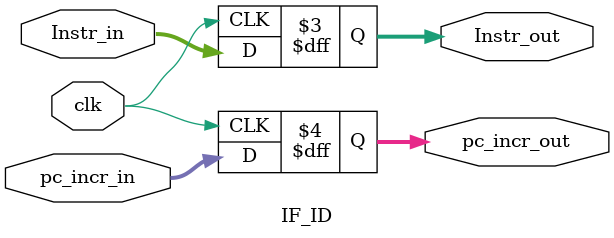
<source format=v>
module IF_ID(clk,Instr_in,pc_incr_in,Instr_out,pc_incr_out);
input clk;
input [31:0]Instr_in,pc_incr_in;
output reg [31:0]Instr_out,pc_incr_out = 0;

always @(posedge clk)
begin
	Instr_out <= Instr_in;
	pc_incr_out <= pc_incr_in;
end
endmodule

</source>
